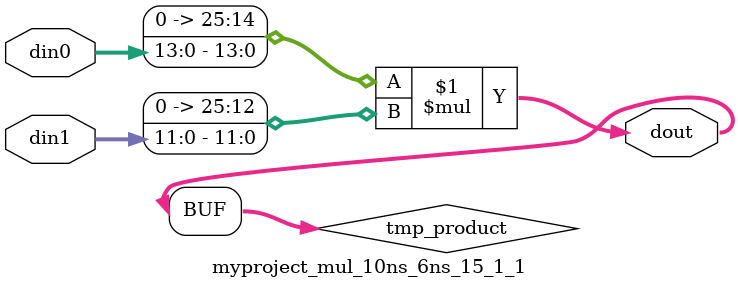
<source format=v>

`timescale 1 ns / 1 ps

 module myproject_mul_10ns_6ns_15_1_1(din0, din1, dout);
parameter ID = 1;
parameter NUM_STAGE = 0;
parameter din0_WIDTH = 14;
parameter din1_WIDTH = 12;
parameter dout_WIDTH = 26;

input [din0_WIDTH - 1 : 0] din0; 
input [din1_WIDTH - 1 : 0] din1; 
output [dout_WIDTH - 1 : 0] dout;

wire signed [dout_WIDTH - 1 : 0] tmp_product;
























assign tmp_product = $signed({1'b0, din0}) * $signed({1'b0, din1});











assign dout = tmp_product;





















endmodule

</source>
